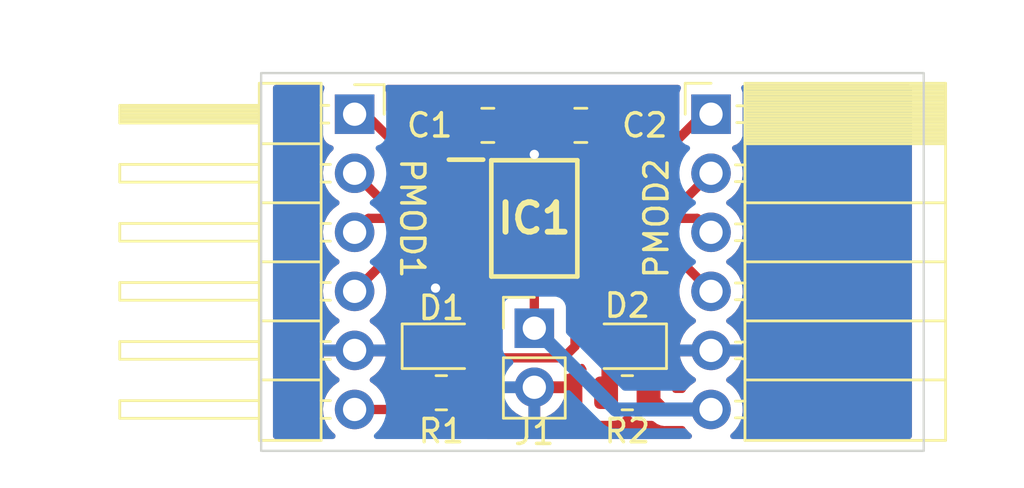
<source format=kicad_pcb>
(kicad_pcb (version 20211014) (generator pcbnew)
  (layers (0 "F.Cu" signal) (31 "B.Cu" signal) (34 "B.Paste" user) (35 "F.Paste" user) (36 "B.SilkS" user "B.Silkscreen") (37 "F.SilkS" user "F.Silkscreen") (38 "B.Mask" user) (39 "F.Mask" user) (44 "Edge.Cuts" user))
  (net 0 "")
  (net 1 "+3V3")
  (net 2 "GND")
  (net 3 "+5V")
  (net 4 "Net-(D1-Pad2)")
  (net 5 "Net-(D2-Pad2)")
  (net 6 "Net-(IC1-Pad2)")
  (net 7 "Net-(IC1-Pad3)")
  (net 8 "Net-(IC1-Pad4)")
  (net 9 "Net-(IC1-Pad5)")
  (net 12 "Net-(IC1-Pad10)")
  (net 13 "Net-(IC1-Pad11)")
  (net 14 "Net-(IC1-Pad12)")
  (net 15 "Net-(IC1-Pad13)")
  (footprint "LED_SMD:LED_0805_2012Metric" (layer "F.Cu") (at 148 106.5)
    (fp_text reference "D1" (at 0 -1.65) (layer "F.SilkS"))
    (fp_text value "orange")
    (fp_line (start -1.685 0.96) (end 1 0.96) (layer "F.SilkS") (width 0.12))
    (fp_line (start -1.685 -0.96) (end -1.685 0.96) (layer "F.SilkS") (width 0.12))
    (fp_line (start 1 -0.96) (end -1.685 -0.96) (layer "F.SilkS") (width 0.12))
    (pad "1" smd roundrect (at -0.9375 0) (size 0.975 1.4) (layers "F.Cu" "F.Paste" "F.Mask") (net 2 "GND"))
    (pad "2" smd roundrect (at 0.9375 0) (size 0.975 1.4) (layers "F.Cu" "F.Paste" "F.Mask") (net 4 "Net-(D1-Pad2)"))
  )
  (footprint "LED_SMD:LED_0805_2012Metric" (layer "F.Cu") (at 156 106.5 180)
    (fp_text reference "D2" (at 0 1.75) (layer "F.SilkS"))
    (fp_text value "orange")
    (fp_line (start -1.685 -0.96) (end -1.685 0.96) (layer "F.SilkS") (width 0.12))
    (fp_line (start -1.685 0.96) (end 1 0.96) (layer "F.SilkS") (width 0.12))
    (fp_line (start 1 -0.96) (end -1.685 -0.96) (layer "F.SilkS") (width 0.12))
    (pad "1" smd roundrect (at -0.9375 0 180) (size 0.975 1.4) (layers "F.Cu" "F.Paste" "F.Mask") (net 2 "GND"))
    (pad "2" smd roundrect (at 0.9375 0 180) (size 0.975 1.4) (layers "F.Cu" "F.Paste" "F.Mask") (net 5 "Net-(D2-Pad2)"))
  )
  (footprint "Connector_PinHeader_2.54mm:PinHeader_1x02_P2.54mm_Vertical" (layer "F.Cu") (at 152 105.725)
    (fp_text reference "J1" (at 0 4.5) (layer "F.SilkS"))
    (fp_text value "Conn_01x02")
    (fp_line (start 1.33 1.27) (end 1.33 3.87) (layer "F.SilkS") (width 0.12))
    (fp_line (start -1.33 -1.33) (end 0 -1.33) (layer "F.SilkS") (width 0.12))
    (fp_line (start -1.33 3.87) (end 1.33 3.87) (layer "F.SilkS") (width 0.12))
    (fp_line (start -1.33 0) (end -1.33 -1.33) (layer "F.SilkS") (width 0.12))
    (fp_line (start -1.33 1.27) (end 1.33 1.27) (layer "F.SilkS") (width 0.12))
    (fp_line (start -1.33 1.27) (end -1.33 3.87) (layer "F.SilkS") (width 0.12))
    (pad "1" thru_hole rect (at 0 0) (size 1.7 1.7) (drill 1) (layers *.Cu *.Mask) (net 3 "+5V"))
    (pad "2" thru_hole oval (at 0 2.54) (size 1.7 1.7) (drill 1) (layers *.Cu *.Mask) (net 2 "GND"))
  )
  (footprint "pmod-conn_6x2:pmod_type_1_pin" (layer "F.Cu") (at 141.5 102.87)
    (fp_text reference "PMOD1" (at 5.25 -1.87 270 unlocked) (layer "F.SilkS"))
    (fp_text value "PMOD-Device-x1-Type-1-GPIO")
    (fp_line (start 1.727071 3.43) (end 1.33 3.43) (layer "F.SilkS") (width 0.12))
    (fp_line (start -1.33 -1.65) (end -7.33 -1.65) (layer "F.SilkS") (width 0.12))
    (fp_line (start -1.33 -6.19) (end -7.33 -6.19) (layer "F.SilkS") (width 0.12))
    (fp_line (start -1.33 -6.07) (end -7.33 -6.07) (layer "F.SilkS") (width 0.12))
    (fp_line (start -7.33 3.43) (end -7.33 4.19) (layer "F.SilkS") (width 0.12))
    (fp_line (start -1.33 -6.55) (end -7.33 -6.55) (layer "F.SilkS") (width 0.12))
    (fp_line (start 1.727071 5.97) (end 1.33 5.97) (layer "F.SilkS") (width 0.12))
    (fp_line (start -1.33 5.97) (end -7.33 5.97) (layer "F.SilkS") (width 0.12))
    (fp_line (start -1.33 -6.67) (end -7.33 -6.67) (layer "F.SilkS") (width 0.12))
    (fp_line (start 1.33 0) (end -1.33 0) (layer "F.SilkS") (width 0.12))
    (fp_line (start -7.33 -4.19) (end -7.33 -3.43) (layer "F.SilkS") (width 0.12))
    (fp_line (start 1.66 -5.97) (end 1.33 -5.97) (layer "F.SilkS") (width 0.12))
    (fp_line (start -7.33 -1.65) (end -7.33 -0.89) (layer "F.SilkS") (width 0.12))
    (fp_line (start 1.727071 6.73) (end 1.33 6.73) (layer "F.SilkS") (width 0.12))
    (fp_line (start 1.727071 4.19) (end 1.33 4.19) (layer "F.SilkS") (width 0.12))
    (fp_line (start -1.33 -6.31) (end -7.33 -6.31) (layer "F.SilkS") (width 0.12))
    (fp_line (start 1.727071 -0.89) (end 1.33 -0.89) (layer "F.SilkS") (width 0.12))
    (fp_line (start 4.04 -7.62) (end 2.77 -7.62) (layer "F.SilkS") (width 0.12))
    (fp_line (start 1.33 5.08) (end -1.33 5.08) (layer "F.SilkS") (width 0.12))
    (fp_line (start 1.33 -5.08) (end -1.33 -5.08) (layer "F.SilkS") (width 0.12))
    (fp_line (start -1.33 7.68) (end -1.33 -7.68) (layer "F.SilkS") (width 0.12))
    (fp_line (start 1.727071 -4.19) (end 1.33 -4.19) (layer "F.SilkS") (width 0.12))
    (fp_line (start -7.33 4.19) (end -1.33 4.19) (layer "F.SilkS") (width 0.12))
    (fp_line (start -7.33 5.97) (end -7.33 6.73) (layer "F.SilkS") (width 0.12))
    (fp_line (start 1.727071 0.89) (end 1.33 0.89) (layer "F.SilkS") (width 0.12))
    (fp_line (start -1.33 -4.19) (end -7.33 -4.19) (layer "F.SilkS") (width 0.12))
    (fp_line (start 1.33 7.68) (end -1.33 7.68) (layer "F.SilkS") (width 0.12))
    (fp_line (start -1.33 -6.43) (end -7.33 -6.43) (layer "F.SilkS") (width 0.12))
    (fp_line (start 1.66 -6.73) (end 1.33 -6.73) (layer "F.SilkS") (width 0.12))
    (fp_line (start -7.33 0.89) (end -7.33 1.65) (layer "F.SilkS") (width 0.12))
    (fp_line (start 1.727071 -1.65) (end 1.33 -1.65) (layer "F.SilkS") (width 0.12))
    (fp_line (start -7.33 -3.43) (end -1.33 -3.43) (layer "F.SilkS") (width 0.12))
    (fp_line (start 4.04 -6.35) (end 4.04 -7.62) (layer "F.SilkS") (width 0.12))
    (fp_line (start -1.33 -6.73) (end -7.33 -6.73) (layer "F.SilkS") (width 0.12))
    (fp_line (start -7.33 6.73) (end -1.33 6.73) (layer "F.SilkS") (width 0.12))
    (fp_line (start 1.727071 -3.43) (end 1.33 -3.43) (layer "F.SilkS") (width 0.12))
    (fp_line (start 1.33 2.54) (end -1.33 2.54) (layer "F.SilkS") (width 0.12))
    (fp_line (start -7.33 -6.73) (end -7.33 -5.97) (layer "F.SilkS") (width 0.12))
    (fp_line (start -7.33 -0.89) (end -1.33 -0.89) (layer "F.SilkS") (width 0.12))
    (fp_line (start -7.33 -5.97) (end -1.33 -5.97) (layer "F.SilkS") (width 0.12))
    (fp_line (start 1.33 -7.68) (end 1.33 7.68) (layer "F.SilkS") (width 0.12))
    (fp_line (start -1.33 3.43) (end -7.33 3.43) (layer "F.SilkS") (width 0.12))
    (fp_line (start 1.727071 1.65) (end 1.33 1.65) (layer "F.SilkS") (width 0.12))
    (fp_line (start -7.33 1.65) (end -1.33 1.65) (layer "F.SilkS") (width 0.12))
    (fp_line (start 1.33 -2.54) (end -1.33 -2.54) (layer "F.SilkS") (width 0.12))
    (fp_line (start -1.33 0.89) (end -7.33 0.89) (layer "F.SilkS") (width 0.12))
    (fp_line (start -1.33 -7.68) (end 1.33 -7.68) (layer "F.SilkS") (width 0.12))
    (pad "1" thru_hole rect (at 2.77 -6.35) (size 1.7 1.7) (drill 1) (layers *.Cu *.Mask) (net 6 "Net-(IC1-Pad2)"))
    (pad "2" thru_hole oval (at 2.77 -3.81) (size 1.7 1.7) (drill 1) (layers *.Cu *.Mask) (net 7 "Net-(IC1-Pad3)"))
    (pad "3" thru_hole oval (at 2.77 -1.27) (size 1.7 1.7) (drill 1) (layers *.Cu *.Mask) (net 8 "Net-(IC1-Pad4)"))
    (pad "4" thru_hole oval (at 2.77 1.27) (size 1.7 1.7) (drill 1) (layers *.Cu *.Mask) (net 9 "Net-(IC1-Pad5)"))
    (pad "5" thru_hole oval (at 2.77 3.81) (size 1.7 1.7) (drill 1) (layers *.Cu *.Mask) (net 2 "GND"))
    (pad "6" thru_hole oval (at 2.77 6.35) (size 1.7 1.7) (drill 1) (layers *.Cu *.Mask) (net 1 "+3V3"))
  )
  (footprint "Resistor_SMD:R_0805_2012Metric" (layer "F.Cu") (at 148 108.5 180)
    (fp_text reference "R1" (at 0 -1.65) (layer "F.SilkS"))
    (fp_text value "470")
    (fp_line (start -0.227064 -0.735) (end 0.227064 -0.735) (layer "F.SilkS") (width 0.12))
    (fp_line (start -0.227064 0.735) (end 0.227064 0.735) (layer "F.SilkS") (width 0.12))
    (pad "1" smd roundrect (at -0.9125 0 180) (size 1.025 1.4) (layers "F.Cu" "F.Paste" "F.Mask") (roundrect_rratio 0.243902439) (net 4 "Net-(D1-Pad2)"))
    (pad "2" smd roundrect (at 0.9125 0 180) (size 1.025 1.4) (layers "F.Cu" "F.Paste" "F.Mask") (roundrect_rratio 0.243902439) (net 1 "+3V3"))
  )
  (footprint "Capacitor_SMD:C_0805_2012Metric" (layer "F.Cu") (at 150 97)
    (fp_text reference "C1" (at -2.5 0) (layer "F.SilkS"))
    (fp_text value "0.1u")
    (fp_line (start -0.261252 -0.735) (end 0.261252 -0.735) (layer "F.SilkS") (width 0.12))
    (fp_line (start -0.261252 0.735) (end 0.261252 0.735) (layer "F.SilkS") (width 0.12))
    (pad "1" smd roundrect (at -0.95 0) (size 1 1.45) (layers "F.Cu" "F.Paste" "F.Mask") (net 1 "+3V3"))
    (pad "2" smd roundrect (at 0.95 0) (size 1 1.45) (layers "F.Cu" "F.Paste" "F.Mask") (net 2 "GND"))
  )
  (footprint "Capacitor_SMD:C_0805_2012Metric" (layer "F.Cu") (at 154 97 180)
    (fp_text reference "C2" (at -2.75 0) (layer "F.SilkS"))
    (fp_text value "0.1u")
    (fp_line (start -0.261252 0.735) (end 0.261252 0.735) (layer "F.SilkS") (width 0.12))
    (fp_line (start -0.261252 -0.735) (end 0.261252 -0.735) (layer "F.SilkS") (width 0.12))
    (pad "1" smd roundrect (at -0.95 0 180) (size 1 1.45) (layers "F.Cu" "F.Paste" "F.Mask") (net 3 "+5V"))
    (pad "2" smd roundrect (at 0.95 0 180) (size 1 1.45) (layers "F.Cu" "F.Paste" "F.Mask") (net 2 "GND"))
  )
  (footprint "SamacSys_Parts:SOP65P640X110-14N" (layer "F.Cu") (at 152 101)
    (fp_text reference "IC1" (at 0 0) (layer "F.SilkS") (effects (font (size 1.27 1.27) (thickness 0.254))))
    (fp_text value "NXS0104PWJ" hide)
    (fp_line (start 1.85 2.5) (end -1.85 2.5) (layer "F.SilkS") (width 0.2))
    (fp_line (start -1.85 2.5) (end -1.85 -2.5) (layer "F.SilkS") (width 0.2))
    (fp_line (start -3.675 -2.525) (end -2.2 -2.525) (layer "F.SilkS") (width 0.2))
    (fp_line (start -1.85 -2.5) (end 1.85 -2.5) (layer "F.SilkS") (width 0.2))
    (fp_line (start 1.85 -2.5) (end 1.85 2.5) (layer "F.SilkS") (width 0.2))
    (pad "1" smd rect locked (at -2.938 -1.95 90) (size 0.45 1.475) (layers "F.Cu" "F.Paste" "F.Mask") (net 1 "+3V3"))
    (pad "2" smd rect locked (at -2.938 -1.3 90) (size 0.45 1.475) (layers "F.Cu" "F.Paste" "F.Mask") (net 6 "Net-(IC1-Pad2)"))
    (pad "3" smd rect locked (at -2.938 -0.65 90) (size 0.45 1.475) (layers "F.Cu" "F.Paste" "F.Mask") (net 7 "Net-(IC1-Pad3)"))
    (pad "4" smd rect locked (at -2.938 0 90) (size 0.45 1.475) (layers "F.Cu" "F.Paste" "F.Mask") (net 8 "Net-(IC1-Pad4)"))
    (pad "5" smd rect locked (at -2.938 0.65 90) (size 0.45 1.475) (layers "F.Cu" "F.Paste" "F.Mask") (net 9 "Net-(IC1-Pad5)"))
    (pad "6" smd rect locked (at -2.938 1.3 90) (size 0.45 1.475) (layers "F.Cu" "F.Paste" "F.Mask"))
    (pad "7" smd rect locked (at -2.938 1.95 90) (size 0.45 1.475) (layers "F.Cu" "F.Paste" "F.Mask") (net 2 "GND"))
    (pad "8" smd rect locked (at 2.938 1.95 90) (size 0.45 1.475) (layers "F.Cu" "F.Paste" "F.Mask") (net 1 "+3V3"))
    (pad "9" smd rect locked (at 2.938 1.3 90) (size 0.45 1.475) (layers "F.Cu" "F.Paste" "F.Mask"))
    (pad "10" smd rect locked (at 2.938 0.65 90) (size 0.45 1.475) (layers "F.Cu" "F.Paste" "F.Mask") (net 12 "Net-(IC1-Pad10)"))
    (pad "11" smd rect locked (at 2.938 0 90) (size 0.45 1.475) (layers "F.Cu" "F.Paste" "F.Mask") (net 13 "Net-(IC1-Pad11)"))
    (pad "12" smd rect locked (at 2.938 -0.65 90) (size 0.45 1.475) (layers "F.Cu" "F.Paste" "F.Mask") (net 14 "Net-(IC1-Pad12)"))
    (pad "13" smd rect locked (at 2.938 -1.3 90) (size 0.45 1.475) (layers "F.Cu" "F.Paste" "F.Mask") (net 15 "Net-(IC1-Pad13)"))
    (pad "14" smd rect locked (at 2.938 -1.95 90) (size 0.45 1.475) (layers "F.Cu" "F.Paste" "F.Mask") (net 3 "+5V"))
  )
  (footprint "Resistor_SMD:R_0805_2012Metric" (layer "F.Cu") (at 156 108.5 180)
    (fp_text reference "R2" (at 0 -1.65) (layer "F.SilkS"))
    (fp_text value "2.2k")
    (fp_line (start -0.227064 0.735) (end 0.227064 0.735) (layer "F.SilkS") (width 0.12))
    (fp_line (start -0.227064 -0.735) (end 0.227064 -0.735) (layer "F.SilkS") (width 0.12))
    (pad "1" smd roundrect (at -0.9125 0 180) (size 1.025 1.4) (layers "F.Cu" "F.Paste" "F.Mask") (roundrect_rratio 0.243902439) (net 3 "+5V"))
    (pad "2" smd roundrect (at 0.9125 0 180) (size 1.025 1.4) (layers "F.Cu" "F.Paste" "F.Mask") (roundrect_rratio 0.243902439) (net 5 "Net-(D2-Pad2)"))
  )
  (footprint "pmod-conn_6x2:pmod_type_1_socket" (layer "F.Cu") (at 159.6 96.52)
    (fp_text reference "PMOD2" (at -2.35 4.48 90 unlocked) (layer "F.SilkS"))
    (fp_text value "PMOD-Host-x1-GPIO")
    (fp_line (start 10.09 -1.21) (end 1.46 -1.21) (layer "F.SilkS") (width 0.12))
    (fp_line (start 10.09 0.44333) (end 1.46 0.44333) (layer "F.SilkS") (width 0.12))
    (fp_line (start 10.09 0.797615) (end 1.46 0.797615) (layer "F.SilkS") (width 0.12))
    (fp_line (start 1.46 5.44) (end 1.05 5.44) (layer "F.SilkS") (width 0.12))
    (fp_line (start 10.09 -1.33) (end 10.09 14.03) (layer "F.SilkS") (width 0.12))
    (fp_line (start 1.46 9.8) (end 1.05 9.8) (layer "F.SilkS") (width 0.12))
    (fp_line (start 10.09 -0.147145) (end 1.46 -0.147145) (layer "F.SilkS") (width 0.12))
    (fp_line (start 10.09 -0.73762) (end 1.46 -0.73762) (layer "F.SilkS") (width 0.12))
    (fp_line (start 10.09 0.325235) (end 1.46 0.325235) (layer "F.SilkS") (width 0.12))
    (fp_line (start 10.09 -0.619525) (end 1.46 -0.619525) (layer "F.SilkS") (width 0.12))
    (fp_line (start 10.09 11.43) (end 1.46 11.43) (layer "F.SilkS") (width 0.12))
    (fp_line (start 10.09 3.81) (end 1.46 3.81) (layer "F.SilkS") (width 0.12))
    (fp_line (start 10.09 0.91571) (end 1.46 0.91571) (layer "F.SilkS") (width 0.12))
    (fp_line (start 1.46 -1.33) (end 1.46 14.03) (layer "F.SilkS") (width 0.12))
    (fp_line (start 1.46 13.06) (end 1.05 13.06) (layer "F.SilkS") (width 0.12))
    (fp_line (start 1.46 4.72) (end 1.05 4.72) (layer "F.SilkS") (width 0.12))
    (fp_line (start 0 -1.33) (end -1.11 -1.33) (layer "F.SilkS") (width 0.12))
    (fp_line (start 1.46 7.26) (end 1.05 7.26) (layer "F.SilkS") (width 0.12))
    (fp_line (start 10.09 -0.855715) (end 1.46 -0.855715) (layer "F.SilkS") (width 0.12))
    (fp_line (start 1.46 7.98) (end 1.05 7.98) (layer "F.SilkS") (width 0.12))
    (fp_line (start 1.46 0.36) (end 1.11 0.36) (layer "F.SilkS") (width 0.12))
    (fp_line (start 10.09 1.033805) (end 1.46 1.033805) (layer "F.SilkS") (width 0.12))
    (fp_line (start 10.09 0.561425) (end 1.46 0.561425) (layer "F.SilkS") (width 0.12))
    (fp_line (start 10.09 0.089045) (end 1.46 0.089045) (layer "F.SilkS") (width 0.12))
    (fp_line (start 1.46 12.34) (end 1.05 12.34) (layer "F.SilkS") (width 0.12))
    (fp_line (start 10.09 -0.97381) (end 1.46 -0.97381) (layer "F.SilkS") (width 0.12))
    (fp_line (start 10.09 1.27) (end 1.46 1.27) (layer "F.SilkS") (width 0.12))
    (fp_line (start 10.09 6.35) (end 1.46 6.35) (layer "F.SilkS") (width 0.12))
    (fp_line (start 10.09 -1.33) (end 1.46 -1.33) (layer "F.SilkS") (width 0.12))
    (fp_line (start 10.09 1.1519) (end 1.46 1.1519) (layer "F.SilkS") (width 0.12))
    (fp_line (start 10.09 0.67952) (end 1.46 0.67952) (layer "F.SilkS") (width 0.12))
    (fp_line (start 10.09 -0.50143) (end 1.46 -0.50143) (layer "F.SilkS") (width 0.12))
    (fp_line (start 10.09 -1.091905) (end 1.46 -1.091905) (layer "F.SilkS") (width 0.12))
    (fp_line (start 10.09 8.89) (end 1.46 8.89) (layer "F.SilkS") (width 0.12))
    (fp_line (start 10.09 14.03) (end 1.46 14.03) (layer "F.SilkS") (width 0.12))
    (fp_line (start 10.09 -0.02905) (end 1.46 -0.02905) (layer "F.SilkS") (width 0.12))
    (fp_line (start 10.09 -0.383335) (end 1.46 -0.383335) (layer "F.SilkS") (width 0.12))
    (fp_line (start 1.46 -0.36) (end 1.11 -0.36) (layer "F.SilkS") (width 0.12))
    (fp_line (start 10.09 -0.26524) (end 1.46 -0.26524) (layer "F.SilkS") (width 0.12))
    (fp_line (start 1.46 2.9) (end 1.05 2.9) (layer "F.SilkS") (width 0.12))
    (fp_line (start 1.46 2.18) (end 1.05 2.18) (layer "F.SilkS") (width 0.12))
    (fp_line (start 10.09 0.20714) (end 1.46 0.20714) (layer "F.SilkS") (width 0.12))
    (fp_line (start -1.11 -1.33) (end -1.11 0) (layer "F.SilkS") (width 0.12))
    (fp_line (start 1.46 10.52) (end 1.05 10.52) (layer "F.SilkS") (width 0.12))
    (pad "1" thru_hole rect (at 0 0) (size 1.7 1.7) (drill 1) (layers *.Cu *.Mask) (net 15 "Net-(IC1-Pad13)"))
    (pad "2" thru_hole oval (at 0 2.54) (size 1.7 1.7) (drill 1) (layers *.Cu *.Mask) (net 14 "Net-(IC1-Pad12)"))
    (pad "3" thru_hole oval (at 0 5.08) (size 1.7 1.7) (drill 1) (layers *.Cu *.Mask) (net 13 "Net-(IC1-Pad11)"))
    (pad "4" thru_hole oval (at 0 7.62) (size 1.7 1.7) (drill 1) (layers *.Cu *.Mask) (net 12 "Net-(IC1-Pad10)"))
    (pad "5" thru_hole oval (at 0 10.16) (size 1.7 1.7) (drill 1) (layers *.Cu *.Mask) (net 2 "GND"))
    (pad "6" thru_hole oval (at 0 12.7) (size 1.7 1.7) (drill 1) (layers *.Cu *.Mask) (net 3 "+5V"))
  )
  (gr_rect (start 140.25 94.75) (end 168.75 111) (layer "Edge.Cuts") (width 0.1) (fill none))
  (segment (start 154.938 103.562) (end 153.75 104.75) (width 0.4) (layer "F.Cu") (net 1))
  (segment (start 150 99) (end 149.112 99) (width 0.4) (layer "F.Cu") (net 1))
  (segment (start 153.75 104.75) (end 153.75 106.5) (width 0.4) (layer "F.Cu") (net 1))
  (segment (start 154.938 102.95) (end 154.938 103.562) (width 0.4) (layer "F.Cu") (net 1))
  (segment (start 149.05 99.038) (end 149.062 99.05) (width 0.4) (layer "F.Cu") (net 1))
  (segment (start 149.112 99) (end 149.062 99.05) (width 0.4) (layer "F.Cu") (net 1))
  (segment (start 153.75 106.5) (end 153.25 107) (width 0.4) (layer "F.Cu") (net 1))
  (segment (start 149.05 97) (end 149.05 99.038) (width 0.4) (layer "F.Cu") (net 1))
  (segment (start 144.27 109.22) (end 146.3675 109.22) (width 0.4) (layer "F.Cu") (net 1))
  (segment (start 150.25 107) (end 150.25 99.25) (width 0.4) (layer "F.Cu") (net 1))
  (segment (start 153.25 107) (end 150.25 107) (width 0.4) (layer "F.Cu") (net 1))
  (segment (start 146.3675 109.22) (end 147.0875 108.5) (width 0.4) (layer "F.Cu") (net 1))
  (segment (start 149.65048 109.59952) (end 150.25 109) (width 0.4) (layer "F.Cu") (net 1))
  (segment (start 147.0875 108.8375) (end 147.84952 109.59952) (width 0.4) (layer "F.Cu") (net 1))
  (segment (start 147.0875 108.5) (end 147.0875 108.8375) (width 0.4) (layer "F.Cu") (net 1))
  (segment (start 150.25 99.25) (end 150 99) (width 0.4) (layer "F.Cu") (net 1))
  (segment (start 150.25 109) (end 150.25 107) (width 0.4) (layer "F.Cu") (net 1))
  (segment (start 147.84952 109.59952) (end 149.65048 109.59952) (width 0.4) (layer "F.Cu") (net 1))
  (segment (start 144.27 106.68) (end 146.8825 106.68) (width 0.4) (layer "F.Cu") (net 2))
  (segment (start 146.8825 106.68) (end 147.0625 106.5) (width 0.4) (layer "F.Cu") (net 2))
  (segment (start 153.05 97.2) (end 152 98.25) (width 0.4) (layer "F.Cu") (net 2))
  (segment (start 148.8 102.95) (end 147.75 104) (width 0.4) (layer "F.Cu") (net 2))
  (segment (start 153.05 97) (end 153.05 97.2) (width 0.4) (layer "F.Cu") (net 2))
  (segment (start 149.062 102.95) (end 148.8 102.95) (width 0.4) (layer "F.Cu") (net 2))
  (segment (start 150.95 97.2) (end 152 98.25) (width 0.4) (layer "F.Cu") (net 2))
  (segment (start 157.1175 106.68) (end 156.9375 106.5) (width 0.4) (layer "F.Cu") (net 2))
  (segment (start 150.95 97) (end 150.95 97.2) (width 0.4) (layer "F.Cu") (net 2))
  (segment (start 147.0625 106.5) (end 147.0625 104.6875) (width 0.4) (layer "F.Cu") (net 2))
  (segment (start 147.0625 104.6875) (end 147.75 104) (width 0.4) (layer "F.Cu") (net 2))
  (segment (start 159.6 106.68) (end 157.1175 106.68) (width 0.4) (layer "F.Cu") (net 2))
  (via (at 152 98.25) (size 0.8) (drill 0.4) (layers "F.Cu" "B.Cu") (net 2))
  (via (at 147.75 104) (size 0.8) (drill 0.4) (layers "F.Cu" "B.Cu") (net 2))
  (segment (start 157.6325 109.22) (end 156.9125 108.5) (width 0.4) (layer "F.Cu") (net 3))
  (segment (start 159.6 109.22) (end 157.6325 109.22) (width 0.4) (layer "F.Cu") (net 3))
  (segment (start 154.95 99.038) (end 154.938 99.05) (width 0.4) (layer "F.Cu") (net 3))
  (segment (start 153.826478 99.05) (end 154.938 99.05) (width 0.4) (layer "F.Cu") (net 3))
  (segment (start 152 100.876478) (end 153.826478 99.05) (width 0.4) (layer "F.Cu") (net 3))
  (segment (start 152 105.725) (end 152 100.876478) (width 0.4) (layer "F.Cu") (net 3))
  (segment (start 154.95 97) (end 154.95 99.038) (width 0.4) (layer "F.Cu") (net 3))
  (segment (start 155.495 109.22) (end 152 105.725) (width 0.6) (layer "B.Cu") (net 3))
  (segment (start 159.6 109.22) (end 155.495 109.22) (width 0.6) (layer "B.Cu") (net 3))
  (segment (start 148.9375 106.5) (end 148.9375 108.475) (width 0.4) (layer "F.Cu") (net 4))
  (segment (start 148.9375 108.475) (end 148.9125 108.5) (width 0.4) (layer "F.Cu") (net 4))
  (segment (start 155.0875 106.525) (end 155.0625 106.5) (width 0.4) (layer "F.Cu") (net 5))
  (segment (start 155.0875 108.5) (end 155.0875 106.525) (width 0.4) (layer "F.Cu") (net 5))
  (segment (start 149.062 99.7) (end 147.9245 99.7) (width 0.4) (layer "F.Cu") (net 6))
  (segment (start 144.7445 96.52) (end 144.27 96.52) (width 0.4) (layer "F.Cu") (net 6))
  (segment (start 147.9245 99.7) (end 144.7445 96.52) (width 0.4) (layer "F.Cu") (net 6))
  (segment (start 149.062 100.35) (end 145.56 100.35) (width 0.4) (layer "F.Cu") (net 7))
  (segment (start 145.56 100.35) (end 144.27 99.06) (width 0.4) (layer "F.Cu") (net 7))
  (segment (start 144.87 101) (end 144.27 101.6) (width 0.4) (layer "F.Cu") (net 8))
  (segment (start 149.062 101) (end 144.87 101) (width 0.4) (layer "F.Cu") (net 8))
  (segment (start 146.76 101.65) (end 144.27 104.14) (width 0.4) (layer "F.Cu") (net 9))
  (segment (start 149.062 101.65) (end 146.76 101.65) (width 0.4) (layer "F.Cu") (net 9))
  (segment (start 157.11 101.65) (end 159.6 104.14) (width 0.4) (layer "F.Cu") (net 12))
  (segment (start 154.938 101.65) (end 157.11 101.65) (width 0.4) (layer "F.Cu") (net 12))
  (segment (start 154.938 101) (end 159 101) (width 0.4) (layer "F.Cu") (net 13))
  (segment (start 159 101) (end 159.6 101.6) (width 0.4) (layer "F.Cu") (net 13))
  (segment (start 158.31 100.35) (end 159.6 99.06) (width 0.4) (layer "F.Cu") (net 14))
  (segment (start 154.938 100.35) (end 158.31 100.35) (width 0.4) (layer "F.Cu") (net 14))
  (segment (start 156.0755 99.7) (end 159.2555 96.52) (width 0.4) (layer "F.Cu") (net 15))
  (segment (start 154.938 99.7) (end 156.0755 99.7) (width 0.4) (layer "F.Cu") (net 15))
  (segment (start 159.2555 96.52) (end 159.6 96.52) (width 0.4) (layer "F.Cu") (net 15))
  (zone (net 2) (net_name "GND") (layer "F.Cu") (connect_pads (clearance 0.508)) (min_thickness 0.254) (fill yes (thermal_gap 0.508) (thermal_bridge_width 0.508))
    (polygon (pts (xy 168.75 111) (xy 140.25 111) (xy 140.25 94.75) (xy 168.75 94.75)))
  )
  (zone (net 2) (net_name "GND") (layer "B.Cu") (connect_pads (clearance 0.508)) (min_thickness 0.254) (fill yes (thermal_gap 0.508) (thermal_bridge_width 0.508))
    (polygon (pts (xy 168.75 111) (xy 140.25 111) (xy 140.25 94.75) (xy 168.75 94.75)))
  )
)
</source>
